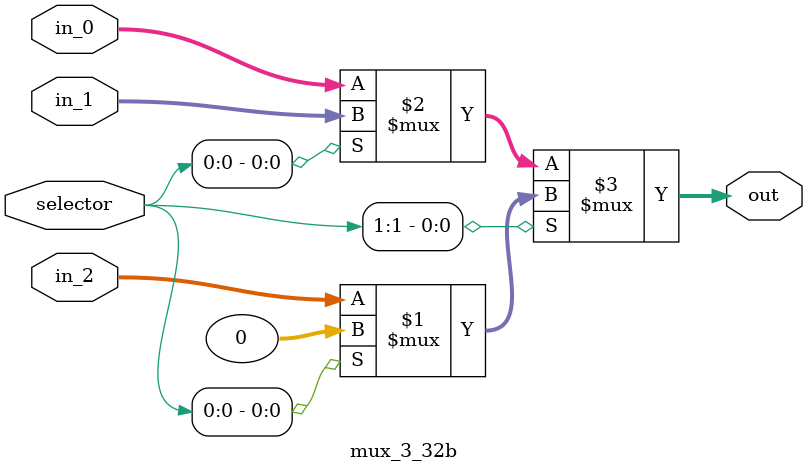
<source format=v>
module mux_3_32b(
    input wire [1:0] selector,
    input wire [31:0] in_0,
    input wire [31:0] in_1,
    input wire [31:0] in_2,
    output wire [31:0] out
);

    assign out = (selector[1] ? (selector[0] ? {32{1'b0}} : in_2) : (selector[0] ? in_1 : in_0));

endmodule

</source>
